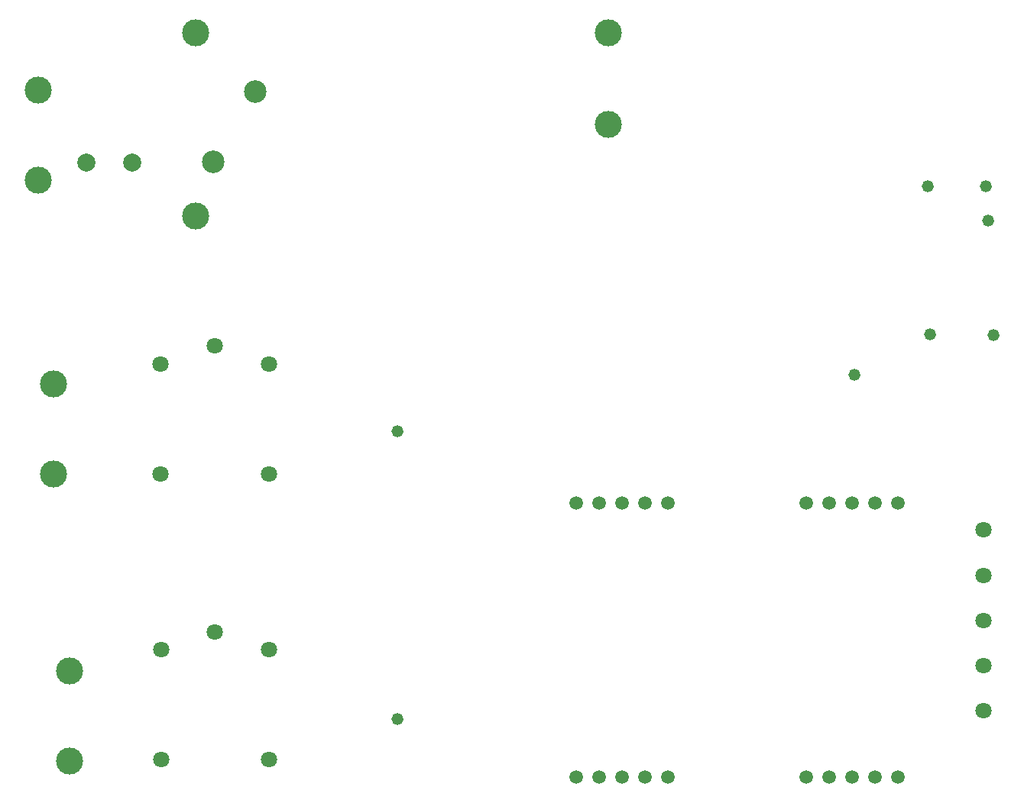
<source format=gbr>
%TF.GenerationSoftware,KiCad,Pcbnew,8.0.1-8.0.1-1~ubuntu22.04.1*%
%TF.CreationDate,2024-04-18T14:36:56-07:00*%
%TF.ProjectId,all_components,616c6c5f-636f-46d7-906f-6e656e74732e,rev?*%
%TF.SameCoordinates,Original*%
%TF.FileFunction,Soldermask,Bot*%
%TF.FilePolarity,Negative*%
%FSLAX46Y46*%
G04 Gerber Fmt 4.6, Leading zero omitted, Abs format (unit mm)*
G04 Created by KiCad (PCBNEW 8.0.1-8.0.1-1~ubuntu22.04.1) date 2024-04-18 14:36:56*
%MOMM*%
%LPD*%
G01*
G04 APERTURE LIST*
%ADD10C,1.320800*%
%ADD11C,3.000000*%
%ADD12C,1.803400*%
%ADD13C,2.500000*%
%ADD14C,2.000000*%
%ADD15C,1.498600*%
G04 APERTURE END LIST*
D10*
%TO.C,SDA1*%
X121030000Y-56180000D03*
%TD*%
%TO.C,SCL1*%
X114000000Y-56080000D03*
%TD*%
%TO.C,S1*%
X105640000Y-60570000D03*
%TD*%
%TO.C,S3*%
X54935898Y-98719505D03*
%TD*%
%TO.C,S2*%
X54935898Y-66819505D03*
%TD*%
%TO.C,AVCC1*%
X120160000Y-39690000D03*
%TD*%
%TO.C,AGND1*%
X113730000Y-39660000D03*
%TD*%
D11*
%TO.C,J7*%
X18670000Y-103420000D03*
X18670000Y-93420000D03*
%TD*%
%TO.C,J6*%
X16860000Y-71590000D03*
X16860000Y-61590000D03*
%TD*%
%TO.C,J1*%
X15150000Y-39000000D03*
X15150000Y-29000000D03*
%TD*%
%TO.C,u1*%
X32640000Y-22640000D03*
X32640000Y-42960000D03*
X78360000Y-32800000D03*
X78360000Y-22640000D03*
%TD*%
D12*
%TO.C,J3*%
X28738399Y-71547205D03*
X40738395Y-71547205D03*
X28738399Y-59347204D03*
X40738395Y-59347204D03*
X34738395Y-57347204D03*
%TD*%
%TO.C,J5*%
X119900000Y-97800000D03*
X119900000Y-92800000D03*
X119900000Y-87800000D03*
X119900000Y-82800000D03*
X119900000Y-77800000D03*
%TD*%
D13*
%TO.C,MOV1*%
X39200001Y-29150000D03*
X34599999Y-36964000D03*
%TD*%
D10*
%TO.C,J2*%
X120440000Y-43480000D03*
%TD*%
D14*
%TO.C,F1*%
X25605000Y-37000000D03*
X20525000Y-37000000D03*
%TD*%
D12*
%TO.C,J4*%
X28778399Y-103275005D03*
X40778395Y-103275005D03*
X28778399Y-91075004D03*
X40778395Y-91075004D03*
X34778395Y-89075004D03*
%TD*%
D15*
%TO.C,ONES*%
X84916000Y-105196000D03*
X82376000Y-105196000D03*
X79836000Y-105196000D03*
X77296000Y-105196000D03*
X74756000Y-105196000D03*
X74756000Y-74796010D03*
X77296000Y-74796010D03*
X79836000Y-74796010D03*
X82376000Y-74796010D03*
X84916000Y-74796010D03*
%TD*%
%TO.C,TENS*%
X110444602Y-105200995D03*
X107904602Y-105200995D03*
X105364602Y-105200995D03*
X102824602Y-105200995D03*
X100284602Y-105200995D03*
X100284602Y-74801005D03*
X102824602Y-74801005D03*
X105364602Y-74801005D03*
X107904602Y-74801005D03*
X110444602Y-74801005D03*
%TD*%
M02*

</source>
